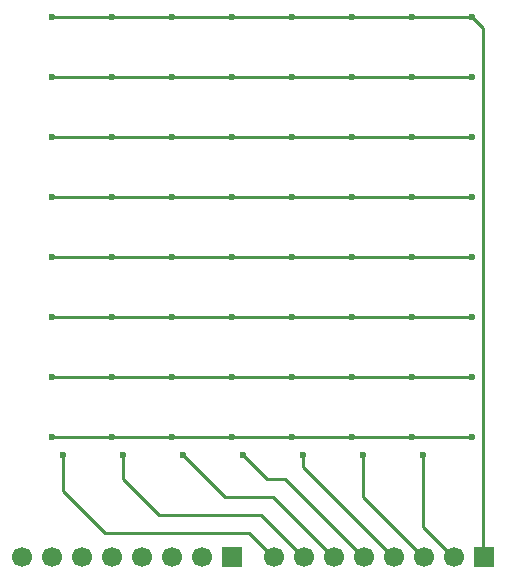
<source format=gbr>
%TF.GenerationSoftware,KiCad,Pcbnew,9.0.3*%
%TF.CreationDate,2025-08-28T20:36:14+02:00*%
%TF.ProjectId,ledki8x8,6c65646b-6938-4783-982e-6b696361645f,rev?*%
%TF.SameCoordinates,Original*%
%TF.FileFunction,Copper,L2,Bot*%
%TF.FilePolarity,Positive*%
%FSLAX46Y46*%
G04 Gerber Fmt 4.6, Leading zero omitted, Abs format (unit mm)*
G04 Created by KiCad (PCBNEW 9.0.3) date 2025-08-28 20:36:14*
%MOMM*%
%LPD*%
G01*
G04 APERTURE LIST*
%TA.AperFunction,ComponentPad*%
%ADD10C,1.700000*%
%TD*%
%TA.AperFunction,ComponentPad*%
%ADD11R,1.700000X1.700000*%
%TD*%
%TA.AperFunction,ViaPad*%
%ADD12C,0.600000*%
%TD*%
%TA.AperFunction,Conductor*%
%ADD13C,0.250000*%
%TD*%
G04 APERTURE END LIST*
D10*
%TO.P,J2,8,Pin_8*%
%TO.N,Net-(D36-K)*%
X169028000Y-124760000D03*
%TO.P,J2,7,Pin_7*%
%TO.N,Net-(D35-K)*%
X171568000Y-124760000D03*
%TO.P,J2,6,Pin_6*%
%TO.N,Net-(D34-K)*%
X174108000Y-124760000D03*
%TO.P,J2,5,Pin_5*%
%TO.N,Net-(D33-K)*%
X176648000Y-124760000D03*
%TO.P,J2,4,Pin_4*%
%TO.N,Net-(D18-K)*%
X179188000Y-124760000D03*
%TO.P,J2,3,Pin_3*%
%TO.N,Net-(D17-K)*%
X181728000Y-124760000D03*
%TO.P,J2,2,Pin_2*%
%TO.N,Net-(D10-K)*%
X184268000Y-124760000D03*
D11*
%TO.P,J2,1,Pin_1*%
%TO.N,Net-(D1-K)*%
X186808000Y-124760000D03*
%TD*%
D10*
%TO.P,J1,8,Pin_8*%
%TO.N,Net-(J1-Pin_8)*%
X147692000Y-124760000D03*
%TO.P,J1,7,Pin_7*%
%TO.N,Net-(J1-Pin_7)*%
X150232000Y-124760000D03*
%TO.P,J1,6,Pin_6*%
%TO.N,Net-(J1-Pin_6)*%
X152772000Y-124760000D03*
%TO.P,J1,5,Pin_5*%
%TO.N,Net-(J1-Pin_5)*%
X155312000Y-124760000D03*
%TO.P,J1,4,Pin_4*%
%TO.N,Net-(J1-Pin_4)*%
X157852000Y-124760000D03*
%TO.P,J1,3,Pin_3*%
%TO.N,Net-(J1-Pin_3)*%
X160392000Y-124760000D03*
%TO.P,J1,2,Pin_2*%
%TO.N,Net-(J1-Pin_2)*%
X162932000Y-124760000D03*
D11*
%TO.P,J1,1,Pin_1*%
%TO.N,Net-(J1-Pin_1)*%
X165472000Y-124760000D03*
%TD*%
D12*
%TO.N,Net-(D10-K)*%
X181649500Y-116124000D03*
%TO.N,Net-(D17-K)*%
X176569500Y-116124000D03*
%TO.N,Net-(D18-K)*%
X171489500Y-116124000D03*
%TO.N,Net-(D33-K)*%
X166409500Y-116124000D03*
%TO.N,Net-(D34-K)*%
X161329500Y-116124000D03*
%TO.N,Net-(D35-K)*%
X156249500Y-116124000D03*
%TO.N,Net-(D36-K)*%
X151169500Y-116124000D03*
X185792000Y-114600000D03*
X180712000Y-114600000D03*
X175632000Y-114600000D03*
X170552000Y-114600000D03*
X165472000Y-114600000D03*
X160392000Y-114600000D03*
X155312000Y-114600000D03*
%TO.N,Net-(D35-K)*%
X185792000Y-109520000D03*
X180712000Y-109520000D03*
X175632000Y-109520000D03*
X170552000Y-109520000D03*
X165472000Y-109520000D03*
X160392000Y-109520000D03*
X155312000Y-109520000D03*
%TO.N,Net-(D34-K)*%
X185792000Y-104440000D03*
X180712000Y-104440000D03*
X175632000Y-104440000D03*
X170552000Y-104440000D03*
X165472000Y-104440000D03*
X160392000Y-104440000D03*
X155312000Y-104440000D03*
%TO.N,Net-(D33-K)*%
X185792000Y-99360000D03*
X180712000Y-99360000D03*
X175632000Y-99360000D03*
X170552000Y-99360000D03*
X165472000Y-99360000D03*
X160392000Y-99360000D03*
X155312000Y-99360000D03*
%TO.N,Net-(D18-K)*%
X185792000Y-94280000D03*
X180712000Y-94280000D03*
X175632000Y-94280000D03*
X170552000Y-94280000D03*
X165472000Y-94280000D03*
X160392000Y-94280000D03*
X155312000Y-94280000D03*
%TO.N,Net-(D17-K)*%
X185792000Y-89200000D03*
X180712000Y-89200000D03*
X175632000Y-89200000D03*
X170552000Y-89200000D03*
X165472000Y-89200000D03*
X160392000Y-89200000D03*
X155312000Y-89200000D03*
%TO.N,Net-(D36-K)*%
X150232000Y-114600000D03*
%TO.N,Net-(D35-K)*%
X150232000Y-109520000D03*
%TO.N,Net-(D34-K)*%
X150232000Y-104440000D03*
%TO.N,Net-(D33-K)*%
X150232000Y-99360000D03*
%TO.N,Net-(D18-K)*%
X150232000Y-94280000D03*
%TO.N,Net-(D17-K)*%
X150232000Y-89200000D03*
%TO.N,Net-(D10-K)*%
X185792000Y-84120000D03*
X180712000Y-84120000D03*
X175632000Y-84120000D03*
X170552000Y-84120000D03*
X165472000Y-84120000D03*
X160392000Y-84120000D03*
X155312000Y-84120000D03*
X150232000Y-84120000D03*
%TO.N,Net-(D1-K)*%
X185792000Y-79040000D03*
X180712000Y-79040000D03*
X175632000Y-79040000D03*
X170552000Y-79040000D03*
X165472000Y-79040000D03*
X160392000Y-79040000D03*
X155312000Y-79040000D03*
X150232000Y-79040000D03*
%TD*%
D13*
%TO.N,Net-(D1-K)*%
X186729500Y-124760000D02*
X186729500Y-79977500D01*
X186729500Y-79977500D02*
X185792000Y-79040000D01*
%TO.N,Net-(D10-K)*%
X181649500Y-122220000D02*
X181649500Y-116124000D01*
X184189500Y-124760000D02*
X181649500Y-122220000D01*
%TO.N,Net-(D17-K)*%
X176569500Y-119680000D02*
X176569500Y-116124000D01*
X181649500Y-124760000D02*
X176569500Y-119680000D01*
%TO.N,Net-(D18-K)*%
X171489500Y-117140000D02*
X171489500Y-116124000D01*
X179109500Y-124760000D02*
X171489500Y-117140000D01*
%TO.N,Net-(D33-K)*%
X168441500Y-118156000D02*
X166409500Y-116124000D01*
X169965500Y-118156000D02*
X168441500Y-118156000D01*
X176569500Y-124760000D02*
X169965500Y-118156000D01*
%TO.N,Net-(D34-K)*%
X168949500Y-119680000D02*
X164885500Y-119680000D01*
X174029500Y-124760000D02*
X168949500Y-119680000D01*
X164885500Y-119680000D02*
X161329500Y-116124000D01*
%TO.N,Net-(D35-K)*%
X159297500Y-121204000D02*
X156249500Y-118156000D01*
X167933500Y-121204000D02*
X159297500Y-121204000D01*
X171489500Y-124760000D02*
X167933500Y-121204000D01*
X156249500Y-118156000D02*
X156249500Y-116124000D01*
%TO.N,Net-(D36-K)*%
X151169500Y-119172000D02*
X151169500Y-116124000D01*
X154725500Y-122728000D02*
X151169500Y-119172000D01*
X166917500Y-122728000D02*
X154725500Y-122728000D01*
X168949500Y-124760000D02*
X166917500Y-122728000D01*
X180712000Y-114600000D02*
X185792000Y-114600000D01*
X175632000Y-114600000D02*
X180712000Y-114600000D01*
X170552000Y-114600000D02*
X175632000Y-114600000D01*
X165472000Y-114600000D02*
X170552000Y-114600000D01*
X160392000Y-114600000D02*
X165472000Y-114600000D01*
X155312000Y-114600000D02*
X160392000Y-114600000D01*
%TO.N,Net-(D35-K)*%
X180712000Y-109520000D02*
X185792000Y-109520000D01*
X170552000Y-109520000D02*
X175632000Y-109520000D01*
X175632000Y-109520000D02*
X180712000Y-109520000D01*
X165472000Y-109520000D02*
X170552000Y-109520000D01*
X160392000Y-109520000D02*
X165472000Y-109520000D01*
X155312000Y-109520000D02*
X160392000Y-109520000D01*
%TO.N,Net-(D34-K)*%
X180712000Y-104440000D02*
X185792000Y-104440000D01*
X175632000Y-104440000D02*
X180712000Y-104440000D01*
X170552000Y-104440000D02*
X175632000Y-104440000D01*
X165472000Y-104440000D02*
X170552000Y-104440000D01*
X160392000Y-104440000D02*
X165472000Y-104440000D01*
X155312000Y-104440000D02*
X160392000Y-104440000D01*
%TO.N,Net-(D33-K)*%
X180712000Y-99360000D02*
X185792000Y-99360000D01*
X175632000Y-99360000D02*
X180712000Y-99360000D01*
X170552000Y-99360000D02*
X175632000Y-99360000D01*
X165472000Y-99360000D02*
X170552000Y-99360000D01*
X155312000Y-99360000D02*
X160392000Y-99360000D01*
X160392000Y-99360000D02*
X165472000Y-99360000D01*
%TO.N,Net-(D18-K)*%
X180712000Y-94280000D02*
X185792000Y-94280000D01*
X175632000Y-94280000D02*
X180712000Y-94280000D01*
X170552000Y-94280000D02*
X175632000Y-94280000D01*
X160392000Y-94280000D02*
X165472000Y-94280000D01*
X165472000Y-94280000D02*
X170552000Y-94280000D01*
X150232000Y-94280000D02*
X155312000Y-94280000D01*
%TO.N,Net-(D17-K)*%
X180712000Y-89200000D02*
X185792000Y-89200000D01*
X175632000Y-89200000D02*
X180712000Y-89200000D01*
X170552000Y-89200000D02*
X175632000Y-89200000D01*
X165472000Y-89200000D02*
X170552000Y-89200000D01*
X160392000Y-89200000D02*
X165472000Y-89200000D01*
X155312000Y-89200000D02*
X160392000Y-89200000D01*
%TO.N,Net-(D36-K)*%
X150232000Y-114600000D02*
X155312000Y-114600000D01*
%TO.N,Net-(D35-K)*%
X150232000Y-109520000D02*
X155312000Y-109520000D01*
%TO.N,Net-(D34-K)*%
X150232000Y-104440000D02*
X155312000Y-104440000D01*
%TO.N,Net-(D33-K)*%
X150232000Y-99360000D02*
X155312000Y-99360000D01*
%TO.N,Net-(D18-K)*%
X155312000Y-94280000D02*
X160392000Y-94280000D01*
%TO.N,Net-(D17-K)*%
X150232000Y-89200000D02*
X155312000Y-89200000D01*
%TO.N,Net-(D10-K)*%
X180712000Y-84120000D02*
X185792000Y-84120000D01*
X175632000Y-84120000D02*
X180712000Y-84120000D01*
X165472000Y-84120000D02*
X170552000Y-84120000D01*
X160392000Y-84120000D02*
X165472000Y-84120000D01*
X170552000Y-84120000D02*
X175632000Y-84120000D01*
X155312000Y-84120000D02*
X160392000Y-84120000D01*
X150232000Y-84120000D02*
X155312000Y-84120000D01*
%TO.N,Net-(D1-K)*%
X180712000Y-79040000D02*
X185792000Y-79040000D01*
X170552000Y-79040000D02*
X175632000Y-79040000D01*
X175632000Y-79040000D02*
X180712000Y-79040000D01*
X165472000Y-79040000D02*
X170552000Y-79040000D01*
X155312000Y-79040000D02*
X160392000Y-79040000D01*
X160392000Y-79040000D02*
X165472000Y-79040000D01*
X150232000Y-79040000D02*
X155312000Y-79040000D01*
%TD*%
M02*

</source>
